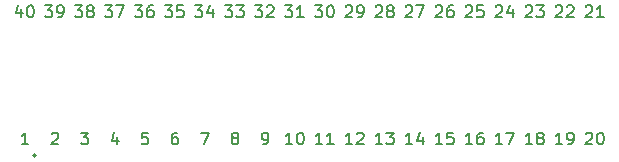
<source format=gbr>
%TF.GenerationSoftware,KiCad,Pcbnew,7.0.10-7.0.10~ubuntu22.04.1*%
%TF.CreationDate,2024-01-04T11:44:52-08:00*%
%TF.ProjectId,devel_adapter,64657665-6c5f-4616-9461-707465722e6b,rev?*%
%TF.SameCoordinates,Original*%
%TF.FileFunction,Legend,Top*%
%TF.FilePolarity,Positive*%
%FSLAX46Y46*%
G04 Gerber Fmt 4.6, Leading zero omitted, Abs format (unit mm)*
G04 Created by KiCad (PCBNEW 7.0.10-7.0.10~ubuntu22.04.1) date 2024-01-04 11:44:52*
%MOMM*%
%LPD*%
G01*
G04 APERTURE LIST*
%ADD10C,0.150000*%
%ADD11C,0.200000*%
G04 APERTURE END LIST*
D10*
X132972350Y-100511752D02*
X132972350Y-101178419D01*
X132734255Y-100130800D02*
X132496160Y-100845085D01*
X132496160Y-100845085D02*
X133115207Y-100845085D01*
X170659588Y-101178419D02*
X170088160Y-101178419D01*
X170373874Y-101178419D02*
X170373874Y-100178419D01*
X170373874Y-100178419D02*
X170278636Y-100321276D01*
X170278636Y-100321276D02*
X170183398Y-100416514D01*
X170183398Y-100416514D02*
X170088160Y-100464133D01*
X171135779Y-101178419D02*
X171326255Y-101178419D01*
X171326255Y-101178419D02*
X171421493Y-101130800D01*
X171421493Y-101130800D02*
X171469112Y-101083180D01*
X171469112Y-101083180D02*
X171564350Y-100940323D01*
X171564350Y-100940323D02*
X171611969Y-100749847D01*
X171611969Y-100749847D02*
X171611969Y-100368895D01*
X171611969Y-100368895D02*
X171564350Y-100273657D01*
X171564350Y-100273657D02*
X171516731Y-100226038D01*
X171516731Y-100226038D02*
X171421493Y-100178419D01*
X171421493Y-100178419D02*
X171231017Y-100178419D01*
X171231017Y-100178419D02*
X171135779Y-100226038D01*
X171135779Y-100226038D02*
X171088160Y-100273657D01*
X171088160Y-100273657D02*
X171040541Y-100368895D01*
X171040541Y-100368895D02*
X171040541Y-100606990D01*
X171040541Y-100606990D02*
X171088160Y-100702228D01*
X171088160Y-100702228D02*
X171135779Y-100749847D01*
X171135779Y-100749847D02*
X171231017Y-100797466D01*
X171231017Y-100797466D02*
X171421493Y-100797466D01*
X171421493Y-100797466D02*
X171516731Y-100749847D01*
X171516731Y-100749847D02*
X171564350Y-100702228D01*
X171564350Y-100702228D02*
X171611969Y-100606990D01*
X163039588Y-101178419D02*
X162468160Y-101178419D01*
X162753874Y-101178419D02*
X162753874Y-100178419D01*
X162753874Y-100178419D02*
X162658636Y-100321276D01*
X162658636Y-100321276D02*
X162563398Y-100416514D01*
X162563398Y-100416514D02*
X162468160Y-100464133D01*
X163896731Y-100178419D02*
X163706255Y-100178419D01*
X163706255Y-100178419D02*
X163611017Y-100226038D01*
X163611017Y-100226038D02*
X163563398Y-100273657D01*
X163563398Y-100273657D02*
X163468160Y-100416514D01*
X163468160Y-100416514D02*
X163420541Y-100606990D01*
X163420541Y-100606990D02*
X163420541Y-100987942D01*
X163420541Y-100987942D02*
X163468160Y-101083180D01*
X163468160Y-101083180D02*
X163515779Y-101130800D01*
X163515779Y-101130800D02*
X163611017Y-101178419D01*
X163611017Y-101178419D02*
X163801493Y-101178419D01*
X163801493Y-101178419D02*
X163896731Y-101130800D01*
X163896731Y-101130800D02*
X163944350Y-101083180D01*
X163944350Y-101083180D02*
X163991969Y-100987942D01*
X163991969Y-100987942D02*
X163991969Y-100749847D01*
X163991969Y-100749847D02*
X163944350Y-100654609D01*
X163944350Y-100654609D02*
X163896731Y-100606990D01*
X163896731Y-100606990D02*
X163801493Y-100559371D01*
X163801493Y-100559371D02*
X163611017Y-100559371D01*
X163611017Y-100559371D02*
X163515779Y-100606990D01*
X163515779Y-100606990D02*
X163468160Y-100654609D01*
X163468160Y-100654609D02*
X163420541Y-100749847D01*
X125447588Y-101178419D02*
X124876160Y-101178419D01*
X125161874Y-101178419D02*
X125161874Y-100178419D01*
X125161874Y-100178419D02*
X125066636Y-100321276D01*
X125066636Y-100321276D02*
X124971398Y-100416514D01*
X124971398Y-100416514D02*
X124876160Y-100464133D01*
X157959588Y-101178419D02*
X157388160Y-101178419D01*
X157673874Y-101178419D02*
X157673874Y-100178419D01*
X157673874Y-100178419D02*
X157578636Y-100321276D01*
X157578636Y-100321276D02*
X157483398Y-100416514D01*
X157483398Y-100416514D02*
X157388160Y-100464133D01*
X158816731Y-100511752D02*
X158816731Y-101178419D01*
X158578636Y-100130800D02*
X158340541Y-100845085D01*
X158340541Y-100845085D02*
X158959588Y-100845085D01*
X152308160Y-89504057D02*
X152355779Y-89456438D01*
X152355779Y-89456438D02*
X152451017Y-89408819D01*
X152451017Y-89408819D02*
X152689112Y-89408819D01*
X152689112Y-89408819D02*
X152784350Y-89456438D01*
X152784350Y-89456438D02*
X152831969Y-89504057D01*
X152831969Y-89504057D02*
X152879588Y-89599295D01*
X152879588Y-89599295D02*
X152879588Y-89694533D01*
X152879588Y-89694533D02*
X152831969Y-89837390D01*
X152831969Y-89837390D02*
X152260541Y-90408819D01*
X152260541Y-90408819D02*
X152879588Y-90408819D01*
X153355779Y-90408819D02*
X153546255Y-90408819D01*
X153546255Y-90408819D02*
X153641493Y-90361200D01*
X153641493Y-90361200D02*
X153689112Y-90313580D01*
X153689112Y-90313580D02*
X153784350Y-90170723D01*
X153784350Y-90170723D02*
X153831969Y-89980247D01*
X153831969Y-89980247D02*
X153831969Y-89599295D01*
X153831969Y-89599295D02*
X153784350Y-89504057D01*
X153784350Y-89504057D02*
X153736731Y-89456438D01*
X153736731Y-89456438D02*
X153641493Y-89408819D01*
X153641493Y-89408819D02*
X153451017Y-89408819D01*
X153451017Y-89408819D02*
X153355779Y-89456438D01*
X153355779Y-89456438D02*
X153308160Y-89504057D01*
X153308160Y-89504057D02*
X153260541Y-89599295D01*
X153260541Y-89599295D02*
X153260541Y-89837390D01*
X153260541Y-89837390D02*
X153308160Y-89932628D01*
X153308160Y-89932628D02*
X153355779Y-89980247D01*
X153355779Y-89980247D02*
X153451017Y-90027866D01*
X153451017Y-90027866D02*
X153641493Y-90027866D01*
X153641493Y-90027866D02*
X153736731Y-89980247D01*
X153736731Y-89980247D02*
X153784350Y-89932628D01*
X153784350Y-89932628D02*
X153831969Y-89837390D01*
X134480541Y-89408819D02*
X135099588Y-89408819D01*
X135099588Y-89408819D02*
X134766255Y-89789771D01*
X134766255Y-89789771D02*
X134909112Y-89789771D01*
X134909112Y-89789771D02*
X135004350Y-89837390D01*
X135004350Y-89837390D02*
X135051969Y-89885009D01*
X135051969Y-89885009D02*
X135099588Y-89980247D01*
X135099588Y-89980247D02*
X135099588Y-90218342D01*
X135099588Y-90218342D02*
X135051969Y-90313580D01*
X135051969Y-90313580D02*
X135004350Y-90361200D01*
X135004350Y-90361200D02*
X134909112Y-90408819D01*
X134909112Y-90408819D02*
X134623398Y-90408819D01*
X134623398Y-90408819D02*
X134528160Y-90361200D01*
X134528160Y-90361200D02*
X134480541Y-90313580D01*
X135956731Y-89408819D02*
X135766255Y-89408819D01*
X135766255Y-89408819D02*
X135671017Y-89456438D01*
X135671017Y-89456438D02*
X135623398Y-89504057D01*
X135623398Y-89504057D02*
X135528160Y-89646914D01*
X135528160Y-89646914D02*
X135480541Y-89837390D01*
X135480541Y-89837390D02*
X135480541Y-90218342D01*
X135480541Y-90218342D02*
X135528160Y-90313580D01*
X135528160Y-90313580D02*
X135575779Y-90361200D01*
X135575779Y-90361200D02*
X135671017Y-90408819D01*
X135671017Y-90408819D02*
X135861493Y-90408819D01*
X135861493Y-90408819D02*
X135956731Y-90361200D01*
X135956731Y-90361200D02*
X136004350Y-90313580D01*
X136004350Y-90313580D02*
X136051969Y-90218342D01*
X136051969Y-90218342D02*
X136051969Y-89980247D01*
X136051969Y-89980247D02*
X136004350Y-89885009D01*
X136004350Y-89885009D02*
X135956731Y-89837390D01*
X135956731Y-89837390D02*
X135861493Y-89789771D01*
X135861493Y-89789771D02*
X135671017Y-89789771D01*
X135671017Y-89789771D02*
X135575779Y-89837390D01*
X135575779Y-89837390D02*
X135528160Y-89885009D01*
X135528160Y-89885009D02*
X135480541Y-89980247D01*
X168119588Y-101178419D02*
X167548160Y-101178419D01*
X167833874Y-101178419D02*
X167833874Y-100178419D01*
X167833874Y-100178419D02*
X167738636Y-100321276D01*
X167738636Y-100321276D02*
X167643398Y-100416514D01*
X167643398Y-100416514D02*
X167548160Y-100464133D01*
X168691017Y-100606990D02*
X168595779Y-100559371D01*
X168595779Y-100559371D02*
X168548160Y-100511752D01*
X168548160Y-100511752D02*
X168500541Y-100416514D01*
X168500541Y-100416514D02*
X168500541Y-100368895D01*
X168500541Y-100368895D02*
X168548160Y-100273657D01*
X168548160Y-100273657D02*
X168595779Y-100226038D01*
X168595779Y-100226038D02*
X168691017Y-100178419D01*
X168691017Y-100178419D02*
X168881493Y-100178419D01*
X168881493Y-100178419D02*
X168976731Y-100226038D01*
X168976731Y-100226038D02*
X169024350Y-100273657D01*
X169024350Y-100273657D02*
X169071969Y-100368895D01*
X169071969Y-100368895D02*
X169071969Y-100416514D01*
X169071969Y-100416514D02*
X169024350Y-100511752D01*
X169024350Y-100511752D02*
X168976731Y-100559371D01*
X168976731Y-100559371D02*
X168881493Y-100606990D01*
X168881493Y-100606990D02*
X168691017Y-100606990D01*
X168691017Y-100606990D02*
X168595779Y-100654609D01*
X168595779Y-100654609D02*
X168548160Y-100702228D01*
X168548160Y-100702228D02*
X168500541Y-100797466D01*
X168500541Y-100797466D02*
X168500541Y-100987942D01*
X168500541Y-100987942D02*
X168548160Y-101083180D01*
X168548160Y-101083180D02*
X168595779Y-101130800D01*
X168595779Y-101130800D02*
X168691017Y-101178419D01*
X168691017Y-101178419D02*
X168881493Y-101178419D01*
X168881493Y-101178419D02*
X168976731Y-101130800D01*
X168976731Y-101130800D02*
X169024350Y-101083180D01*
X169024350Y-101083180D02*
X169071969Y-100987942D01*
X169071969Y-100987942D02*
X169071969Y-100797466D01*
X169071969Y-100797466D02*
X169024350Y-100702228D01*
X169024350Y-100702228D02*
X168976731Y-100654609D01*
X168976731Y-100654609D02*
X168881493Y-100606990D01*
X129908541Y-100178419D02*
X130527588Y-100178419D01*
X130527588Y-100178419D02*
X130194255Y-100559371D01*
X130194255Y-100559371D02*
X130337112Y-100559371D01*
X130337112Y-100559371D02*
X130432350Y-100606990D01*
X130432350Y-100606990D02*
X130479969Y-100654609D01*
X130479969Y-100654609D02*
X130527588Y-100749847D01*
X130527588Y-100749847D02*
X130527588Y-100987942D01*
X130527588Y-100987942D02*
X130479969Y-101083180D01*
X130479969Y-101083180D02*
X130432350Y-101130800D01*
X130432350Y-101130800D02*
X130337112Y-101178419D01*
X130337112Y-101178419D02*
X130051398Y-101178419D01*
X130051398Y-101178419D02*
X129956160Y-101130800D01*
X129956160Y-101130800D02*
X129908541Y-101083180D01*
X165008160Y-89504057D02*
X165055779Y-89456438D01*
X165055779Y-89456438D02*
X165151017Y-89408819D01*
X165151017Y-89408819D02*
X165389112Y-89408819D01*
X165389112Y-89408819D02*
X165484350Y-89456438D01*
X165484350Y-89456438D02*
X165531969Y-89504057D01*
X165531969Y-89504057D02*
X165579588Y-89599295D01*
X165579588Y-89599295D02*
X165579588Y-89694533D01*
X165579588Y-89694533D02*
X165531969Y-89837390D01*
X165531969Y-89837390D02*
X164960541Y-90408819D01*
X164960541Y-90408819D02*
X165579588Y-90408819D01*
X166436731Y-89742152D02*
X166436731Y-90408819D01*
X166198636Y-89361200D02*
X165960541Y-90075485D01*
X165960541Y-90075485D02*
X166579588Y-90075485D01*
X138052350Y-100178419D02*
X137861874Y-100178419D01*
X137861874Y-100178419D02*
X137766636Y-100226038D01*
X137766636Y-100226038D02*
X137719017Y-100273657D01*
X137719017Y-100273657D02*
X137623779Y-100416514D01*
X137623779Y-100416514D02*
X137576160Y-100606990D01*
X137576160Y-100606990D02*
X137576160Y-100987942D01*
X137576160Y-100987942D02*
X137623779Y-101083180D01*
X137623779Y-101083180D02*
X137671398Y-101130800D01*
X137671398Y-101130800D02*
X137766636Y-101178419D01*
X137766636Y-101178419D02*
X137957112Y-101178419D01*
X137957112Y-101178419D02*
X138052350Y-101130800D01*
X138052350Y-101130800D02*
X138099969Y-101083180D01*
X138099969Y-101083180D02*
X138147588Y-100987942D01*
X138147588Y-100987942D02*
X138147588Y-100749847D01*
X138147588Y-100749847D02*
X138099969Y-100654609D01*
X138099969Y-100654609D02*
X138052350Y-100606990D01*
X138052350Y-100606990D02*
X137957112Y-100559371D01*
X137957112Y-100559371D02*
X137766636Y-100559371D01*
X137766636Y-100559371D02*
X137671398Y-100606990D01*
X137671398Y-100606990D02*
X137623779Y-100654609D01*
X137623779Y-100654609D02*
X137576160Y-100749847D01*
X170088160Y-89504057D02*
X170135779Y-89456438D01*
X170135779Y-89456438D02*
X170231017Y-89408819D01*
X170231017Y-89408819D02*
X170469112Y-89408819D01*
X170469112Y-89408819D02*
X170564350Y-89456438D01*
X170564350Y-89456438D02*
X170611969Y-89504057D01*
X170611969Y-89504057D02*
X170659588Y-89599295D01*
X170659588Y-89599295D02*
X170659588Y-89694533D01*
X170659588Y-89694533D02*
X170611969Y-89837390D01*
X170611969Y-89837390D02*
X170040541Y-90408819D01*
X170040541Y-90408819D02*
X170659588Y-90408819D01*
X171040541Y-89504057D02*
X171088160Y-89456438D01*
X171088160Y-89456438D02*
X171183398Y-89408819D01*
X171183398Y-89408819D02*
X171421493Y-89408819D01*
X171421493Y-89408819D02*
X171516731Y-89456438D01*
X171516731Y-89456438D02*
X171564350Y-89504057D01*
X171564350Y-89504057D02*
X171611969Y-89599295D01*
X171611969Y-89599295D02*
X171611969Y-89694533D01*
X171611969Y-89694533D02*
X171564350Y-89837390D01*
X171564350Y-89837390D02*
X170992922Y-90408819D01*
X170992922Y-90408819D02*
X171611969Y-90408819D01*
X155419588Y-101178419D02*
X154848160Y-101178419D01*
X155133874Y-101178419D02*
X155133874Y-100178419D01*
X155133874Y-100178419D02*
X155038636Y-100321276D01*
X155038636Y-100321276D02*
X154943398Y-100416514D01*
X154943398Y-100416514D02*
X154848160Y-100464133D01*
X155752922Y-100178419D02*
X156371969Y-100178419D01*
X156371969Y-100178419D02*
X156038636Y-100559371D01*
X156038636Y-100559371D02*
X156181493Y-100559371D01*
X156181493Y-100559371D02*
X156276731Y-100606990D01*
X156276731Y-100606990D02*
X156324350Y-100654609D01*
X156324350Y-100654609D02*
X156371969Y-100749847D01*
X156371969Y-100749847D02*
X156371969Y-100987942D01*
X156371969Y-100987942D02*
X156324350Y-101083180D01*
X156324350Y-101083180D02*
X156276731Y-101130800D01*
X156276731Y-101130800D02*
X156181493Y-101178419D01*
X156181493Y-101178419D02*
X155895779Y-101178419D01*
X155895779Y-101178419D02*
X155800541Y-101130800D01*
X155800541Y-101130800D02*
X155752922Y-101083180D01*
X127416160Y-100273657D02*
X127463779Y-100226038D01*
X127463779Y-100226038D02*
X127559017Y-100178419D01*
X127559017Y-100178419D02*
X127797112Y-100178419D01*
X127797112Y-100178419D02*
X127892350Y-100226038D01*
X127892350Y-100226038D02*
X127939969Y-100273657D01*
X127939969Y-100273657D02*
X127987588Y-100368895D01*
X127987588Y-100368895D02*
X127987588Y-100464133D01*
X127987588Y-100464133D02*
X127939969Y-100606990D01*
X127939969Y-100606990D02*
X127368541Y-101178419D01*
X127368541Y-101178419D02*
X127987588Y-101178419D01*
X147799588Y-101178419D02*
X147228160Y-101178419D01*
X147513874Y-101178419D02*
X147513874Y-100178419D01*
X147513874Y-100178419D02*
X147418636Y-100321276D01*
X147418636Y-100321276D02*
X147323398Y-100416514D01*
X147323398Y-100416514D02*
X147228160Y-100464133D01*
X148418636Y-100178419D02*
X148513874Y-100178419D01*
X148513874Y-100178419D02*
X148609112Y-100226038D01*
X148609112Y-100226038D02*
X148656731Y-100273657D01*
X148656731Y-100273657D02*
X148704350Y-100368895D01*
X148704350Y-100368895D02*
X148751969Y-100559371D01*
X148751969Y-100559371D02*
X148751969Y-100797466D01*
X148751969Y-100797466D02*
X148704350Y-100987942D01*
X148704350Y-100987942D02*
X148656731Y-101083180D01*
X148656731Y-101083180D02*
X148609112Y-101130800D01*
X148609112Y-101130800D02*
X148513874Y-101178419D01*
X148513874Y-101178419D02*
X148418636Y-101178419D01*
X148418636Y-101178419D02*
X148323398Y-101130800D01*
X148323398Y-101130800D02*
X148275779Y-101083180D01*
X148275779Y-101083180D02*
X148228160Y-100987942D01*
X148228160Y-100987942D02*
X148180541Y-100797466D01*
X148180541Y-100797466D02*
X148180541Y-100559371D01*
X148180541Y-100559371D02*
X148228160Y-100368895D01*
X148228160Y-100368895D02*
X148275779Y-100273657D01*
X148275779Y-100273657D02*
X148323398Y-100226038D01*
X148323398Y-100226038D02*
X148418636Y-100178419D01*
X139560541Y-89408819D02*
X140179588Y-89408819D01*
X140179588Y-89408819D02*
X139846255Y-89789771D01*
X139846255Y-89789771D02*
X139989112Y-89789771D01*
X139989112Y-89789771D02*
X140084350Y-89837390D01*
X140084350Y-89837390D02*
X140131969Y-89885009D01*
X140131969Y-89885009D02*
X140179588Y-89980247D01*
X140179588Y-89980247D02*
X140179588Y-90218342D01*
X140179588Y-90218342D02*
X140131969Y-90313580D01*
X140131969Y-90313580D02*
X140084350Y-90361200D01*
X140084350Y-90361200D02*
X139989112Y-90408819D01*
X139989112Y-90408819D02*
X139703398Y-90408819D01*
X139703398Y-90408819D02*
X139608160Y-90361200D01*
X139608160Y-90361200D02*
X139560541Y-90313580D01*
X141036731Y-89742152D02*
X141036731Y-90408819D01*
X140798636Y-89361200D02*
X140560541Y-90075485D01*
X140560541Y-90075485D02*
X141179588Y-90075485D01*
X126860541Y-89408819D02*
X127479588Y-89408819D01*
X127479588Y-89408819D02*
X127146255Y-89789771D01*
X127146255Y-89789771D02*
X127289112Y-89789771D01*
X127289112Y-89789771D02*
X127384350Y-89837390D01*
X127384350Y-89837390D02*
X127431969Y-89885009D01*
X127431969Y-89885009D02*
X127479588Y-89980247D01*
X127479588Y-89980247D02*
X127479588Y-90218342D01*
X127479588Y-90218342D02*
X127431969Y-90313580D01*
X127431969Y-90313580D02*
X127384350Y-90361200D01*
X127384350Y-90361200D02*
X127289112Y-90408819D01*
X127289112Y-90408819D02*
X127003398Y-90408819D01*
X127003398Y-90408819D02*
X126908160Y-90361200D01*
X126908160Y-90361200D02*
X126860541Y-90313580D01*
X127955779Y-90408819D02*
X128146255Y-90408819D01*
X128146255Y-90408819D02*
X128241493Y-90361200D01*
X128241493Y-90361200D02*
X128289112Y-90313580D01*
X128289112Y-90313580D02*
X128384350Y-90170723D01*
X128384350Y-90170723D02*
X128431969Y-89980247D01*
X128431969Y-89980247D02*
X128431969Y-89599295D01*
X128431969Y-89599295D02*
X128384350Y-89504057D01*
X128384350Y-89504057D02*
X128336731Y-89456438D01*
X128336731Y-89456438D02*
X128241493Y-89408819D01*
X128241493Y-89408819D02*
X128051017Y-89408819D01*
X128051017Y-89408819D02*
X127955779Y-89456438D01*
X127955779Y-89456438D02*
X127908160Y-89504057D01*
X127908160Y-89504057D02*
X127860541Y-89599295D01*
X127860541Y-89599295D02*
X127860541Y-89837390D01*
X127860541Y-89837390D02*
X127908160Y-89932628D01*
X127908160Y-89932628D02*
X127955779Y-89980247D01*
X127955779Y-89980247D02*
X128051017Y-90027866D01*
X128051017Y-90027866D02*
X128241493Y-90027866D01*
X128241493Y-90027866D02*
X128336731Y-89980247D01*
X128336731Y-89980247D02*
X128384350Y-89932628D01*
X128384350Y-89932628D02*
X128431969Y-89837390D01*
X152879588Y-101178419D02*
X152308160Y-101178419D01*
X152593874Y-101178419D02*
X152593874Y-100178419D01*
X152593874Y-100178419D02*
X152498636Y-100321276D01*
X152498636Y-100321276D02*
X152403398Y-100416514D01*
X152403398Y-100416514D02*
X152308160Y-100464133D01*
X153260541Y-100273657D02*
X153308160Y-100226038D01*
X153308160Y-100226038D02*
X153403398Y-100178419D01*
X153403398Y-100178419D02*
X153641493Y-100178419D01*
X153641493Y-100178419D02*
X153736731Y-100226038D01*
X153736731Y-100226038D02*
X153784350Y-100273657D01*
X153784350Y-100273657D02*
X153831969Y-100368895D01*
X153831969Y-100368895D02*
X153831969Y-100464133D01*
X153831969Y-100464133D02*
X153784350Y-100606990D01*
X153784350Y-100606990D02*
X153212922Y-101178419D01*
X153212922Y-101178419D02*
X153831969Y-101178419D01*
X162468160Y-89504057D02*
X162515779Y-89456438D01*
X162515779Y-89456438D02*
X162611017Y-89408819D01*
X162611017Y-89408819D02*
X162849112Y-89408819D01*
X162849112Y-89408819D02*
X162944350Y-89456438D01*
X162944350Y-89456438D02*
X162991969Y-89504057D01*
X162991969Y-89504057D02*
X163039588Y-89599295D01*
X163039588Y-89599295D02*
X163039588Y-89694533D01*
X163039588Y-89694533D02*
X162991969Y-89837390D01*
X162991969Y-89837390D02*
X162420541Y-90408819D01*
X162420541Y-90408819D02*
X163039588Y-90408819D01*
X163944350Y-89408819D02*
X163468160Y-89408819D01*
X163468160Y-89408819D02*
X163420541Y-89885009D01*
X163420541Y-89885009D02*
X163468160Y-89837390D01*
X163468160Y-89837390D02*
X163563398Y-89789771D01*
X163563398Y-89789771D02*
X163801493Y-89789771D01*
X163801493Y-89789771D02*
X163896731Y-89837390D01*
X163896731Y-89837390D02*
X163944350Y-89885009D01*
X163944350Y-89885009D02*
X163991969Y-89980247D01*
X163991969Y-89980247D02*
X163991969Y-90218342D01*
X163991969Y-90218342D02*
X163944350Y-90313580D01*
X163944350Y-90313580D02*
X163896731Y-90361200D01*
X163896731Y-90361200D02*
X163801493Y-90408819D01*
X163801493Y-90408819D02*
X163563398Y-90408819D01*
X163563398Y-90408819D02*
X163468160Y-90361200D01*
X163468160Y-90361200D02*
X163420541Y-90313580D01*
X165579588Y-101178419D02*
X165008160Y-101178419D01*
X165293874Y-101178419D02*
X165293874Y-100178419D01*
X165293874Y-100178419D02*
X165198636Y-100321276D01*
X165198636Y-100321276D02*
X165103398Y-100416514D01*
X165103398Y-100416514D02*
X165008160Y-100464133D01*
X165912922Y-100178419D02*
X166579588Y-100178419D01*
X166579588Y-100178419D02*
X166151017Y-101178419D01*
X129400541Y-89408819D02*
X130019588Y-89408819D01*
X130019588Y-89408819D02*
X129686255Y-89789771D01*
X129686255Y-89789771D02*
X129829112Y-89789771D01*
X129829112Y-89789771D02*
X129924350Y-89837390D01*
X129924350Y-89837390D02*
X129971969Y-89885009D01*
X129971969Y-89885009D02*
X130019588Y-89980247D01*
X130019588Y-89980247D02*
X130019588Y-90218342D01*
X130019588Y-90218342D02*
X129971969Y-90313580D01*
X129971969Y-90313580D02*
X129924350Y-90361200D01*
X129924350Y-90361200D02*
X129829112Y-90408819D01*
X129829112Y-90408819D02*
X129543398Y-90408819D01*
X129543398Y-90408819D02*
X129448160Y-90361200D01*
X129448160Y-90361200D02*
X129400541Y-90313580D01*
X130591017Y-89837390D02*
X130495779Y-89789771D01*
X130495779Y-89789771D02*
X130448160Y-89742152D01*
X130448160Y-89742152D02*
X130400541Y-89646914D01*
X130400541Y-89646914D02*
X130400541Y-89599295D01*
X130400541Y-89599295D02*
X130448160Y-89504057D01*
X130448160Y-89504057D02*
X130495779Y-89456438D01*
X130495779Y-89456438D02*
X130591017Y-89408819D01*
X130591017Y-89408819D02*
X130781493Y-89408819D01*
X130781493Y-89408819D02*
X130876731Y-89456438D01*
X130876731Y-89456438D02*
X130924350Y-89504057D01*
X130924350Y-89504057D02*
X130971969Y-89599295D01*
X130971969Y-89599295D02*
X130971969Y-89646914D01*
X130971969Y-89646914D02*
X130924350Y-89742152D01*
X130924350Y-89742152D02*
X130876731Y-89789771D01*
X130876731Y-89789771D02*
X130781493Y-89837390D01*
X130781493Y-89837390D02*
X130591017Y-89837390D01*
X130591017Y-89837390D02*
X130495779Y-89885009D01*
X130495779Y-89885009D02*
X130448160Y-89932628D01*
X130448160Y-89932628D02*
X130400541Y-90027866D01*
X130400541Y-90027866D02*
X130400541Y-90218342D01*
X130400541Y-90218342D02*
X130448160Y-90313580D01*
X130448160Y-90313580D02*
X130495779Y-90361200D01*
X130495779Y-90361200D02*
X130591017Y-90408819D01*
X130591017Y-90408819D02*
X130781493Y-90408819D01*
X130781493Y-90408819D02*
X130876731Y-90361200D01*
X130876731Y-90361200D02*
X130924350Y-90313580D01*
X130924350Y-90313580D02*
X130971969Y-90218342D01*
X130971969Y-90218342D02*
X130971969Y-90027866D01*
X130971969Y-90027866D02*
X130924350Y-89932628D01*
X130924350Y-89932628D02*
X130876731Y-89885009D01*
X130876731Y-89885009D02*
X130781493Y-89837390D01*
X142846636Y-100606990D02*
X142751398Y-100559371D01*
X142751398Y-100559371D02*
X142703779Y-100511752D01*
X142703779Y-100511752D02*
X142656160Y-100416514D01*
X142656160Y-100416514D02*
X142656160Y-100368895D01*
X142656160Y-100368895D02*
X142703779Y-100273657D01*
X142703779Y-100273657D02*
X142751398Y-100226038D01*
X142751398Y-100226038D02*
X142846636Y-100178419D01*
X142846636Y-100178419D02*
X143037112Y-100178419D01*
X143037112Y-100178419D02*
X143132350Y-100226038D01*
X143132350Y-100226038D02*
X143179969Y-100273657D01*
X143179969Y-100273657D02*
X143227588Y-100368895D01*
X143227588Y-100368895D02*
X143227588Y-100416514D01*
X143227588Y-100416514D02*
X143179969Y-100511752D01*
X143179969Y-100511752D02*
X143132350Y-100559371D01*
X143132350Y-100559371D02*
X143037112Y-100606990D01*
X143037112Y-100606990D02*
X142846636Y-100606990D01*
X142846636Y-100606990D02*
X142751398Y-100654609D01*
X142751398Y-100654609D02*
X142703779Y-100702228D01*
X142703779Y-100702228D02*
X142656160Y-100797466D01*
X142656160Y-100797466D02*
X142656160Y-100987942D01*
X142656160Y-100987942D02*
X142703779Y-101083180D01*
X142703779Y-101083180D02*
X142751398Y-101130800D01*
X142751398Y-101130800D02*
X142846636Y-101178419D01*
X142846636Y-101178419D02*
X143037112Y-101178419D01*
X143037112Y-101178419D02*
X143132350Y-101130800D01*
X143132350Y-101130800D02*
X143179969Y-101083180D01*
X143179969Y-101083180D02*
X143227588Y-100987942D01*
X143227588Y-100987942D02*
X143227588Y-100797466D01*
X143227588Y-100797466D02*
X143179969Y-100702228D01*
X143179969Y-100702228D02*
X143132350Y-100654609D01*
X143132350Y-100654609D02*
X143037112Y-100606990D01*
X172628160Y-100273657D02*
X172675779Y-100226038D01*
X172675779Y-100226038D02*
X172771017Y-100178419D01*
X172771017Y-100178419D02*
X173009112Y-100178419D01*
X173009112Y-100178419D02*
X173104350Y-100226038D01*
X173104350Y-100226038D02*
X173151969Y-100273657D01*
X173151969Y-100273657D02*
X173199588Y-100368895D01*
X173199588Y-100368895D02*
X173199588Y-100464133D01*
X173199588Y-100464133D02*
X173151969Y-100606990D01*
X173151969Y-100606990D02*
X172580541Y-101178419D01*
X172580541Y-101178419D02*
X173199588Y-101178419D01*
X173818636Y-100178419D02*
X173913874Y-100178419D01*
X173913874Y-100178419D02*
X174009112Y-100226038D01*
X174009112Y-100226038D02*
X174056731Y-100273657D01*
X174056731Y-100273657D02*
X174104350Y-100368895D01*
X174104350Y-100368895D02*
X174151969Y-100559371D01*
X174151969Y-100559371D02*
X174151969Y-100797466D01*
X174151969Y-100797466D02*
X174104350Y-100987942D01*
X174104350Y-100987942D02*
X174056731Y-101083180D01*
X174056731Y-101083180D02*
X174009112Y-101130800D01*
X174009112Y-101130800D02*
X173913874Y-101178419D01*
X173913874Y-101178419D02*
X173818636Y-101178419D01*
X173818636Y-101178419D02*
X173723398Y-101130800D01*
X173723398Y-101130800D02*
X173675779Y-101083180D01*
X173675779Y-101083180D02*
X173628160Y-100987942D01*
X173628160Y-100987942D02*
X173580541Y-100797466D01*
X173580541Y-100797466D02*
X173580541Y-100559371D01*
X173580541Y-100559371D02*
X173628160Y-100368895D01*
X173628160Y-100368895D02*
X173675779Y-100273657D01*
X173675779Y-100273657D02*
X173723398Y-100226038D01*
X173723398Y-100226038D02*
X173818636Y-100178419D01*
X159928160Y-89504057D02*
X159975779Y-89456438D01*
X159975779Y-89456438D02*
X160071017Y-89408819D01*
X160071017Y-89408819D02*
X160309112Y-89408819D01*
X160309112Y-89408819D02*
X160404350Y-89456438D01*
X160404350Y-89456438D02*
X160451969Y-89504057D01*
X160451969Y-89504057D02*
X160499588Y-89599295D01*
X160499588Y-89599295D02*
X160499588Y-89694533D01*
X160499588Y-89694533D02*
X160451969Y-89837390D01*
X160451969Y-89837390D02*
X159880541Y-90408819D01*
X159880541Y-90408819D02*
X160499588Y-90408819D01*
X161356731Y-89408819D02*
X161166255Y-89408819D01*
X161166255Y-89408819D02*
X161071017Y-89456438D01*
X161071017Y-89456438D02*
X161023398Y-89504057D01*
X161023398Y-89504057D02*
X160928160Y-89646914D01*
X160928160Y-89646914D02*
X160880541Y-89837390D01*
X160880541Y-89837390D02*
X160880541Y-90218342D01*
X160880541Y-90218342D02*
X160928160Y-90313580D01*
X160928160Y-90313580D02*
X160975779Y-90361200D01*
X160975779Y-90361200D02*
X161071017Y-90408819D01*
X161071017Y-90408819D02*
X161261493Y-90408819D01*
X161261493Y-90408819D02*
X161356731Y-90361200D01*
X161356731Y-90361200D02*
X161404350Y-90313580D01*
X161404350Y-90313580D02*
X161451969Y-90218342D01*
X161451969Y-90218342D02*
X161451969Y-89980247D01*
X161451969Y-89980247D02*
X161404350Y-89885009D01*
X161404350Y-89885009D02*
X161356731Y-89837390D01*
X161356731Y-89837390D02*
X161261493Y-89789771D01*
X161261493Y-89789771D02*
X161071017Y-89789771D01*
X161071017Y-89789771D02*
X160975779Y-89837390D01*
X160975779Y-89837390D02*
X160928160Y-89885009D01*
X160928160Y-89885009D02*
X160880541Y-89980247D01*
X167548160Y-89504057D02*
X167595779Y-89456438D01*
X167595779Y-89456438D02*
X167691017Y-89408819D01*
X167691017Y-89408819D02*
X167929112Y-89408819D01*
X167929112Y-89408819D02*
X168024350Y-89456438D01*
X168024350Y-89456438D02*
X168071969Y-89504057D01*
X168071969Y-89504057D02*
X168119588Y-89599295D01*
X168119588Y-89599295D02*
X168119588Y-89694533D01*
X168119588Y-89694533D02*
X168071969Y-89837390D01*
X168071969Y-89837390D02*
X167500541Y-90408819D01*
X167500541Y-90408819D02*
X168119588Y-90408819D01*
X168452922Y-89408819D02*
X169071969Y-89408819D01*
X169071969Y-89408819D02*
X168738636Y-89789771D01*
X168738636Y-89789771D02*
X168881493Y-89789771D01*
X168881493Y-89789771D02*
X168976731Y-89837390D01*
X168976731Y-89837390D02*
X169024350Y-89885009D01*
X169024350Y-89885009D02*
X169071969Y-89980247D01*
X169071969Y-89980247D02*
X169071969Y-90218342D01*
X169071969Y-90218342D02*
X169024350Y-90313580D01*
X169024350Y-90313580D02*
X168976731Y-90361200D01*
X168976731Y-90361200D02*
X168881493Y-90408819D01*
X168881493Y-90408819D02*
X168595779Y-90408819D01*
X168595779Y-90408819D02*
X168500541Y-90361200D01*
X168500541Y-90361200D02*
X168452922Y-90313580D01*
X135559969Y-100178419D02*
X135083779Y-100178419D01*
X135083779Y-100178419D02*
X135036160Y-100654609D01*
X135036160Y-100654609D02*
X135083779Y-100606990D01*
X135083779Y-100606990D02*
X135179017Y-100559371D01*
X135179017Y-100559371D02*
X135417112Y-100559371D01*
X135417112Y-100559371D02*
X135512350Y-100606990D01*
X135512350Y-100606990D02*
X135559969Y-100654609D01*
X135559969Y-100654609D02*
X135607588Y-100749847D01*
X135607588Y-100749847D02*
X135607588Y-100987942D01*
X135607588Y-100987942D02*
X135559969Y-101083180D01*
X135559969Y-101083180D02*
X135512350Y-101130800D01*
X135512350Y-101130800D02*
X135417112Y-101178419D01*
X135417112Y-101178419D02*
X135179017Y-101178419D01*
X135179017Y-101178419D02*
X135083779Y-101130800D01*
X135083779Y-101130800D02*
X135036160Y-101083180D01*
X154848160Y-89504057D02*
X154895779Y-89456438D01*
X154895779Y-89456438D02*
X154991017Y-89408819D01*
X154991017Y-89408819D02*
X155229112Y-89408819D01*
X155229112Y-89408819D02*
X155324350Y-89456438D01*
X155324350Y-89456438D02*
X155371969Y-89504057D01*
X155371969Y-89504057D02*
X155419588Y-89599295D01*
X155419588Y-89599295D02*
X155419588Y-89694533D01*
X155419588Y-89694533D02*
X155371969Y-89837390D01*
X155371969Y-89837390D02*
X154800541Y-90408819D01*
X154800541Y-90408819D02*
X155419588Y-90408819D01*
X155991017Y-89837390D02*
X155895779Y-89789771D01*
X155895779Y-89789771D02*
X155848160Y-89742152D01*
X155848160Y-89742152D02*
X155800541Y-89646914D01*
X155800541Y-89646914D02*
X155800541Y-89599295D01*
X155800541Y-89599295D02*
X155848160Y-89504057D01*
X155848160Y-89504057D02*
X155895779Y-89456438D01*
X155895779Y-89456438D02*
X155991017Y-89408819D01*
X155991017Y-89408819D02*
X156181493Y-89408819D01*
X156181493Y-89408819D02*
X156276731Y-89456438D01*
X156276731Y-89456438D02*
X156324350Y-89504057D01*
X156324350Y-89504057D02*
X156371969Y-89599295D01*
X156371969Y-89599295D02*
X156371969Y-89646914D01*
X156371969Y-89646914D02*
X156324350Y-89742152D01*
X156324350Y-89742152D02*
X156276731Y-89789771D01*
X156276731Y-89789771D02*
X156181493Y-89837390D01*
X156181493Y-89837390D02*
X155991017Y-89837390D01*
X155991017Y-89837390D02*
X155895779Y-89885009D01*
X155895779Y-89885009D02*
X155848160Y-89932628D01*
X155848160Y-89932628D02*
X155800541Y-90027866D01*
X155800541Y-90027866D02*
X155800541Y-90218342D01*
X155800541Y-90218342D02*
X155848160Y-90313580D01*
X155848160Y-90313580D02*
X155895779Y-90361200D01*
X155895779Y-90361200D02*
X155991017Y-90408819D01*
X155991017Y-90408819D02*
X156181493Y-90408819D01*
X156181493Y-90408819D02*
X156276731Y-90361200D01*
X156276731Y-90361200D02*
X156324350Y-90313580D01*
X156324350Y-90313580D02*
X156371969Y-90218342D01*
X156371969Y-90218342D02*
X156371969Y-90027866D01*
X156371969Y-90027866D02*
X156324350Y-89932628D01*
X156324350Y-89932628D02*
X156276731Y-89885009D01*
X156276731Y-89885009D02*
X156181493Y-89837390D01*
X160499588Y-101178419D02*
X159928160Y-101178419D01*
X160213874Y-101178419D02*
X160213874Y-100178419D01*
X160213874Y-100178419D02*
X160118636Y-100321276D01*
X160118636Y-100321276D02*
X160023398Y-100416514D01*
X160023398Y-100416514D02*
X159928160Y-100464133D01*
X161404350Y-100178419D02*
X160928160Y-100178419D01*
X160928160Y-100178419D02*
X160880541Y-100654609D01*
X160880541Y-100654609D02*
X160928160Y-100606990D01*
X160928160Y-100606990D02*
X161023398Y-100559371D01*
X161023398Y-100559371D02*
X161261493Y-100559371D01*
X161261493Y-100559371D02*
X161356731Y-100606990D01*
X161356731Y-100606990D02*
X161404350Y-100654609D01*
X161404350Y-100654609D02*
X161451969Y-100749847D01*
X161451969Y-100749847D02*
X161451969Y-100987942D01*
X161451969Y-100987942D02*
X161404350Y-101083180D01*
X161404350Y-101083180D02*
X161356731Y-101130800D01*
X161356731Y-101130800D02*
X161261493Y-101178419D01*
X161261493Y-101178419D02*
X161023398Y-101178419D01*
X161023398Y-101178419D02*
X160928160Y-101130800D01*
X160928160Y-101130800D02*
X160880541Y-101083180D01*
X142100541Y-89408819D02*
X142719588Y-89408819D01*
X142719588Y-89408819D02*
X142386255Y-89789771D01*
X142386255Y-89789771D02*
X142529112Y-89789771D01*
X142529112Y-89789771D02*
X142624350Y-89837390D01*
X142624350Y-89837390D02*
X142671969Y-89885009D01*
X142671969Y-89885009D02*
X142719588Y-89980247D01*
X142719588Y-89980247D02*
X142719588Y-90218342D01*
X142719588Y-90218342D02*
X142671969Y-90313580D01*
X142671969Y-90313580D02*
X142624350Y-90361200D01*
X142624350Y-90361200D02*
X142529112Y-90408819D01*
X142529112Y-90408819D02*
X142243398Y-90408819D01*
X142243398Y-90408819D02*
X142148160Y-90361200D01*
X142148160Y-90361200D02*
X142100541Y-90313580D01*
X143052922Y-89408819D02*
X143671969Y-89408819D01*
X143671969Y-89408819D02*
X143338636Y-89789771D01*
X143338636Y-89789771D02*
X143481493Y-89789771D01*
X143481493Y-89789771D02*
X143576731Y-89837390D01*
X143576731Y-89837390D02*
X143624350Y-89885009D01*
X143624350Y-89885009D02*
X143671969Y-89980247D01*
X143671969Y-89980247D02*
X143671969Y-90218342D01*
X143671969Y-90218342D02*
X143624350Y-90313580D01*
X143624350Y-90313580D02*
X143576731Y-90361200D01*
X143576731Y-90361200D02*
X143481493Y-90408819D01*
X143481493Y-90408819D02*
X143195779Y-90408819D01*
X143195779Y-90408819D02*
X143100541Y-90361200D01*
X143100541Y-90361200D02*
X143052922Y-90313580D01*
X149720541Y-89408819D02*
X150339588Y-89408819D01*
X150339588Y-89408819D02*
X150006255Y-89789771D01*
X150006255Y-89789771D02*
X150149112Y-89789771D01*
X150149112Y-89789771D02*
X150244350Y-89837390D01*
X150244350Y-89837390D02*
X150291969Y-89885009D01*
X150291969Y-89885009D02*
X150339588Y-89980247D01*
X150339588Y-89980247D02*
X150339588Y-90218342D01*
X150339588Y-90218342D02*
X150291969Y-90313580D01*
X150291969Y-90313580D02*
X150244350Y-90361200D01*
X150244350Y-90361200D02*
X150149112Y-90408819D01*
X150149112Y-90408819D02*
X149863398Y-90408819D01*
X149863398Y-90408819D02*
X149768160Y-90361200D01*
X149768160Y-90361200D02*
X149720541Y-90313580D01*
X150958636Y-89408819D02*
X151053874Y-89408819D01*
X151053874Y-89408819D02*
X151149112Y-89456438D01*
X151149112Y-89456438D02*
X151196731Y-89504057D01*
X151196731Y-89504057D02*
X151244350Y-89599295D01*
X151244350Y-89599295D02*
X151291969Y-89789771D01*
X151291969Y-89789771D02*
X151291969Y-90027866D01*
X151291969Y-90027866D02*
X151244350Y-90218342D01*
X151244350Y-90218342D02*
X151196731Y-90313580D01*
X151196731Y-90313580D02*
X151149112Y-90361200D01*
X151149112Y-90361200D02*
X151053874Y-90408819D01*
X151053874Y-90408819D02*
X150958636Y-90408819D01*
X150958636Y-90408819D02*
X150863398Y-90361200D01*
X150863398Y-90361200D02*
X150815779Y-90313580D01*
X150815779Y-90313580D02*
X150768160Y-90218342D01*
X150768160Y-90218342D02*
X150720541Y-90027866D01*
X150720541Y-90027866D02*
X150720541Y-89789771D01*
X150720541Y-89789771D02*
X150768160Y-89599295D01*
X150768160Y-89599295D02*
X150815779Y-89504057D01*
X150815779Y-89504057D02*
X150863398Y-89456438D01*
X150863398Y-89456438D02*
X150958636Y-89408819D01*
X140068541Y-100178419D02*
X140735207Y-100178419D01*
X140735207Y-100178419D02*
X140306636Y-101178419D01*
X137020541Y-89408819D02*
X137639588Y-89408819D01*
X137639588Y-89408819D02*
X137306255Y-89789771D01*
X137306255Y-89789771D02*
X137449112Y-89789771D01*
X137449112Y-89789771D02*
X137544350Y-89837390D01*
X137544350Y-89837390D02*
X137591969Y-89885009D01*
X137591969Y-89885009D02*
X137639588Y-89980247D01*
X137639588Y-89980247D02*
X137639588Y-90218342D01*
X137639588Y-90218342D02*
X137591969Y-90313580D01*
X137591969Y-90313580D02*
X137544350Y-90361200D01*
X137544350Y-90361200D02*
X137449112Y-90408819D01*
X137449112Y-90408819D02*
X137163398Y-90408819D01*
X137163398Y-90408819D02*
X137068160Y-90361200D01*
X137068160Y-90361200D02*
X137020541Y-90313580D01*
X138544350Y-89408819D02*
X138068160Y-89408819D01*
X138068160Y-89408819D02*
X138020541Y-89885009D01*
X138020541Y-89885009D02*
X138068160Y-89837390D01*
X138068160Y-89837390D02*
X138163398Y-89789771D01*
X138163398Y-89789771D02*
X138401493Y-89789771D01*
X138401493Y-89789771D02*
X138496731Y-89837390D01*
X138496731Y-89837390D02*
X138544350Y-89885009D01*
X138544350Y-89885009D02*
X138591969Y-89980247D01*
X138591969Y-89980247D02*
X138591969Y-90218342D01*
X138591969Y-90218342D02*
X138544350Y-90313580D01*
X138544350Y-90313580D02*
X138496731Y-90361200D01*
X138496731Y-90361200D02*
X138401493Y-90408819D01*
X138401493Y-90408819D02*
X138163398Y-90408819D01*
X138163398Y-90408819D02*
X138068160Y-90361200D01*
X138068160Y-90361200D02*
X138020541Y-90313580D01*
X144640541Y-89408819D02*
X145259588Y-89408819D01*
X145259588Y-89408819D02*
X144926255Y-89789771D01*
X144926255Y-89789771D02*
X145069112Y-89789771D01*
X145069112Y-89789771D02*
X145164350Y-89837390D01*
X145164350Y-89837390D02*
X145211969Y-89885009D01*
X145211969Y-89885009D02*
X145259588Y-89980247D01*
X145259588Y-89980247D02*
X145259588Y-90218342D01*
X145259588Y-90218342D02*
X145211969Y-90313580D01*
X145211969Y-90313580D02*
X145164350Y-90361200D01*
X145164350Y-90361200D02*
X145069112Y-90408819D01*
X145069112Y-90408819D02*
X144783398Y-90408819D01*
X144783398Y-90408819D02*
X144688160Y-90361200D01*
X144688160Y-90361200D02*
X144640541Y-90313580D01*
X145640541Y-89504057D02*
X145688160Y-89456438D01*
X145688160Y-89456438D02*
X145783398Y-89408819D01*
X145783398Y-89408819D02*
X146021493Y-89408819D01*
X146021493Y-89408819D02*
X146116731Y-89456438D01*
X146116731Y-89456438D02*
X146164350Y-89504057D01*
X146164350Y-89504057D02*
X146211969Y-89599295D01*
X146211969Y-89599295D02*
X146211969Y-89694533D01*
X146211969Y-89694533D02*
X146164350Y-89837390D01*
X146164350Y-89837390D02*
X145592922Y-90408819D01*
X145592922Y-90408819D02*
X146211969Y-90408819D01*
X172628160Y-89504057D02*
X172675779Y-89456438D01*
X172675779Y-89456438D02*
X172771017Y-89408819D01*
X172771017Y-89408819D02*
X173009112Y-89408819D01*
X173009112Y-89408819D02*
X173104350Y-89456438D01*
X173104350Y-89456438D02*
X173151969Y-89504057D01*
X173151969Y-89504057D02*
X173199588Y-89599295D01*
X173199588Y-89599295D02*
X173199588Y-89694533D01*
X173199588Y-89694533D02*
X173151969Y-89837390D01*
X173151969Y-89837390D02*
X172580541Y-90408819D01*
X172580541Y-90408819D02*
X173199588Y-90408819D01*
X174151969Y-90408819D02*
X173580541Y-90408819D01*
X173866255Y-90408819D02*
X173866255Y-89408819D01*
X173866255Y-89408819D02*
X173771017Y-89551676D01*
X173771017Y-89551676D02*
X173675779Y-89646914D01*
X173675779Y-89646914D02*
X173580541Y-89694533D01*
X145291398Y-101178419D02*
X145481874Y-101178419D01*
X145481874Y-101178419D02*
X145577112Y-101130800D01*
X145577112Y-101130800D02*
X145624731Y-101083180D01*
X145624731Y-101083180D02*
X145719969Y-100940323D01*
X145719969Y-100940323D02*
X145767588Y-100749847D01*
X145767588Y-100749847D02*
X145767588Y-100368895D01*
X145767588Y-100368895D02*
X145719969Y-100273657D01*
X145719969Y-100273657D02*
X145672350Y-100226038D01*
X145672350Y-100226038D02*
X145577112Y-100178419D01*
X145577112Y-100178419D02*
X145386636Y-100178419D01*
X145386636Y-100178419D02*
X145291398Y-100226038D01*
X145291398Y-100226038D02*
X145243779Y-100273657D01*
X145243779Y-100273657D02*
X145196160Y-100368895D01*
X145196160Y-100368895D02*
X145196160Y-100606990D01*
X145196160Y-100606990D02*
X145243779Y-100702228D01*
X145243779Y-100702228D02*
X145291398Y-100749847D01*
X145291398Y-100749847D02*
X145386636Y-100797466D01*
X145386636Y-100797466D02*
X145577112Y-100797466D01*
X145577112Y-100797466D02*
X145672350Y-100749847D01*
X145672350Y-100749847D02*
X145719969Y-100702228D01*
X145719969Y-100702228D02*
X145767588Y-100606990D01*
X131940541Y-89408819D02*
X132559588Y-89408819D01*
X132559588Y-89408819D02*
X132226255Y-89789771D01*
X132226255Y-89789771D02*
X132369112Y-89789771D01*
X132369112Y-89789771D02*
X132464350Y-89837390D01*
X132464350Y-89837390D02*
X132511969Y-89885009D01*
X132511969Y-89885009D02*
X132559588Y-89980247D01*
X132559588Y-89980247D02*
X132559588Y-90218342D01*
X132559588Y-90218342D02*
X132511969Y-90313580D01*
X132511969Y-90313580D02*
X132464350Y-90361200D01*
X132464350Y-90361200D02*
X132369112Y-90408819D01*
X132369112Y-90408819D02*
X132083398Y-90408819D01*
X132083398Y-90408819D02*
X131988160Y-90361200D01*
X131988160Y-90361200D02*
X131940541Y-90313580D01*
X132892922Y-89408819D02*
X133559588Y-89408819D01*
X133559588Y-89408819D02*
X133131017Y-90408819D01*
X150339588Y-101178419D02*
X149768160Y-101178419D01*
X150053874Y-101178419D02*
X150053874Y-100178419D01*
X150053874Y-100178419D02*
X149958636Y-100321276D01*
X149958636Y-100321276D02*
X149863398Y-100416514D01*
X149863398Y-100416514D02*
X149768160Y-100464133D01*
X151291969Y-101178419D02*
X150720541Y-101178419D01*
X151006255Y-101178419D02*
X151006255Y-100178419D01*
X151006255Y-100178419D02*
X150911017Y-100321276D01*
X150911017Y-100321276D02*
X150815779Y-100416514D01*
X150815779Y-100416514D02*
X150720541Y-100464133D01*
X157388160Y-89504057D02*
X157435779Y-89456438D01*
X157435779Y-89456438D02*
X157531017Y-89408819D01*
X157531017Y-89408819D02*
X157769112Y-89408819D01*
X157769112Y-89408819D02*
X157864350Y-89456438D01*
X157864350Y-89456438D02*
X157911969Y-89504057D01*
X157911969Y-89504057D02*
X157959588Y-89599295D01*
X157959588Y-89599295D02*
X157959588Y-89694533D01*
X157959588Y-89694533D02*
X157911969Y-89837390D01*
X157911969Y-89837390D02*
X157340541Y-90408819D01*
X157340541Y-90408819D02*
X157959588Y-90408819D01*
X158292922Y-89408819D02*
X158959588Y-89408819D01*
X158959588Y-89408819D02*
X158531017Y-90408819D01*
X124844350Y-89742152D02*
X124844350Y-90408819D01*
X124606255Y-89361200D02*
X124368160Y-90075485D01*
X124368160Y-90075485D02*
X124987207Y-90075485D01*
X125558636Y-89408819D02*
X125653874Y-89408819D01*
X125653874Y-89408819D02*
X125749112Y-89456438D01*
X125749112Y-89456438D02*
X125796731Y-89504057D01*
X125796731Y-89504057D02*
X125844350Y-89599295D01*
X125844350Y-89599295D02*
X125891969Y-89789771D01*
X125891969Y-89789771D02*
X125891969Y-90027866D01*
X125891969Y-90027866D02*
X125844350Y-90218342D01*
X125844350Y-90218342D02*
X125796731Y-90313580D01*
X125796731Y-90313580D02*
X125749112Y-90361200D01*
X125749112Y-90361200D02*
X125653874Y-90408819D01*
X125653874Y-90408819D02*
X125558636Y-90408819D01*
X125558636Y-90408819D02*
X125463398Y-90361200D01*
X125463398Y-90361200D02*
X125415779Y-90313580D01*
X125415779Y-90313580D02*
X125368160Y-90218342D01*
X125368160Y-90218342D02*
X125320541Y-90027866D01*
X125320541Y-90027866D02*
X125320541Y-89789771D01*
X125320541Y-89789771D02*
X125368160Y-89599295D01*
X125368160Y-89599295D02*
X125415779Y-89504057D01*
X125415779Y-89504057D02*
X125463398Y-89456438D01*
X125463398Y-89456438D02*
X125558636Y-89408819D01*
X147180541Y-89408819D02*
X147799588Y-89408819D01*
X147799588Y-89408819D02*
X147466255Y-89789771D01*
X147466255Y-89789771D02*
X147609112Y-89789771D01*
X147609112Y-89789771D02*
X147704350Y-89837390D01*
X147704350Y-89837390D02*
X147751969Y-89885009D01*
X147751969Y-89885009D02*
X147799588Y-89980247D01*
X147799588Y-89980247D02*
X147799588Y-90218342D01*
X147799588Y-90218342D02*
X147751969Y-90313580D01*
X147751969Y-90313580D02*
X147704350Y-90361200D01*
X147704350Y-90361200D02*
X147609112Y-90408819D01*
X147609112Y-90408819D02*
X147323398Y-90408819D01*
X147323398Y-90408819D02*
X147228160Y-90361200D01*
X147228160Y-90361200D02*
X147180541Y-90313580D01*
X148751969Y-90408819D02*
X148180541Y-90408819D01*
X148466255Y-90408819D02*
X148466255Y-89408819D01*
X148466255Y-89408819D02*
X148371017Y-89551676D01*
X148371017Y-89551676D02*
X148275779Y-89646914D01*
X148275779Y-89646914D02*
X148180541Y-89694533D01*
D11*
%TO.C,SOCKET1*%
X126111000Y-102108000D02*
G75*
G03*
X125857000Y-102108000I-127000J0D01*
G01*
X125857000Y-102108000D02*
G75*
G03*
X126111000Y-102108000I127000J0D01*
G01*
%TD*%
M02*

</source>
